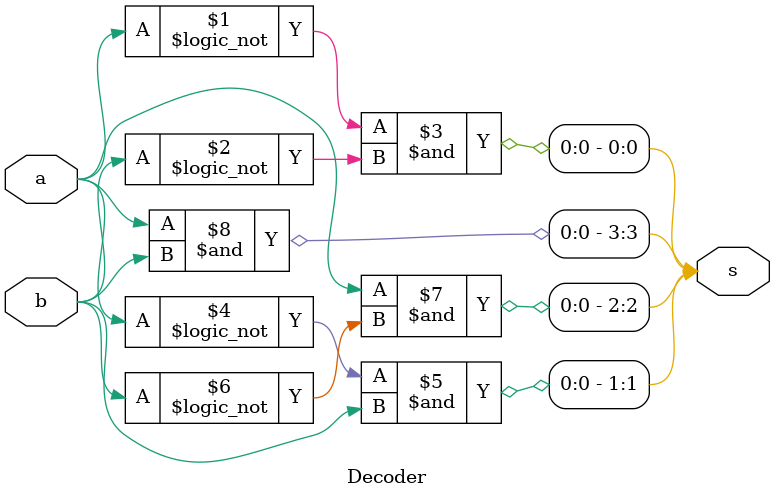
<source format=v>
module Decoder( a, b, s );
    input a, b;
    output [3:0] s;
    
    assign s[0] = !a & !b;
    assign s[1] = !a & b;
    assign s[2] = a & !b;
    assign s[3] = a & b;
    
endmodule


</source>
